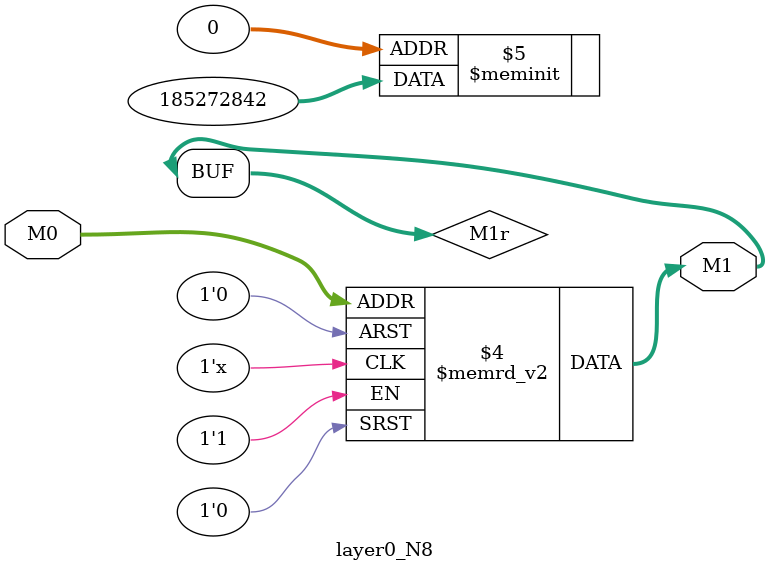
<source format=v>
module layer0_N8 ( input [3:0] M0, output [1:0] M1 );

	(*rom_style = "distributed" *) reg [1:0] M1r;
	assign M1 = M1r;
	always @ (M0) begin
		case (M0)
			4'b0000: M1r = 2'b10;
			4'b1000: M1r = 2'b11;
			4'b0100: M1r = 2'b10;
			4'b1100: M1r = 2'b11;
			4'b0010: M1r = 2'b00;
			4'b1010: M1r = 2'b00;
			4'b0110: M1r = 2'b00;
			4'b1110: M1r = 2'b00;
			4'b0001: M1r = 2'b10;
			4'b1001: M1r = 2'b10;
			4'b0101: M1r = 2'b10;
			4'b1101: M1r = 2'b10;
			4'b0011: M1r = 2'b00;
			4'b1011: M1r = 2'b00;
			4'b0111: M1r = 2'b00;
			4'b1111: M1r = 2'b00;

		endcase
	end
endmodule

</source>
